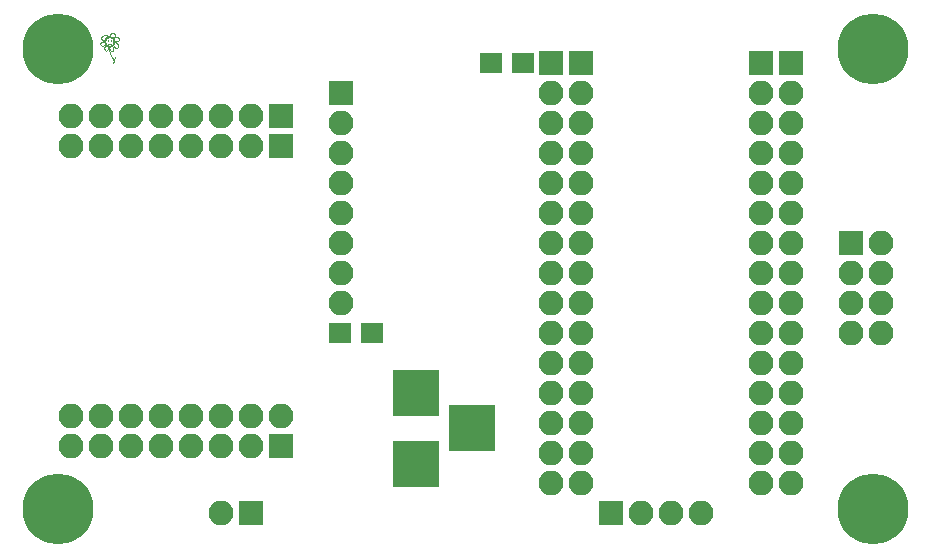
<source format=gts>
G04 #@! TF.FileFunction,Soldermask,Top*
%FSLAX46Y46*%
G04 Gerber Fmt 4.6, Leading zero omitted, Abs format (unit mm)*
G04 Created by KiCad (PCBNEW 4.0.7-e2-6376~58~ubuntu16.04.1) date Sat Dec 23 21:02:57 2017*
%MOMM*%
%LPD*%
G01*
G04 APERTURE LIST*
%ADD10C,0.100000*%
%ADD11C,0.101600*%
%ADD12C,0.076200*%
%ADD13C,0.150000*%
%ADD14C,0.127000*%
%ADD15R,2.100000X2.100000*%
%ADD16O,2.100000X2.100000*%
%ADD17R,3.900000X3.900000*%
%ADD18R,1.900000X1.700000*%
%ADD19C,6.000000*%
G04 APERTURE END LIST*
D10*
D11*
X107702000Y-109226000D02*
X107862000Y-108706000D01*
X107742000Y-109006000D02*
X107702000Y-109226000D01*
X107622000Y-108726000D02*
X107742000Y-109006000D01*
X107402000Y-108426000D02*
X107622000Y-108726000D01*
X107312000Y-107996000D02*
X107402000Y-108426000D01*
X107682000Y-108006000D02*
X107682000Y-107836000D01*
X107702000Y-108106000D02*
X107682000Y-108006000D01*
X107652000Y-108196000D02*
X107702000Y-108106000D01*
X107532000Y-108226000D02*
X107652000Y-108196000D01*
X107412000Y-108096000D02*
X107532000Y-108226000D01*
X107342000Y-107906000D02*
X107412000Y-108096000D01*
X107862000Y-107906000D02*
X107772000Y-107776000D01*
X107992000Y-107936000D02*
X107862000Y-107906000D01*
X108102000Y-107896000D02*
X107992000Y-107936000D01*
X108142000Y-107796000D02*
X108102000Y-107896000D01*
X108142000Y-107656000D02*
X108142000Y-107796000D01*
X108042000Y-107516000D02*
X108142000Y-107656000D01*
X107862000Y-107406000D02*
X108042000Y-107516000D01*
X107962000Y-107376000D02*
X107862000Y-107376000D01*
X108112000Y-107366000D02*
X107962000Y-107376000D01*
X108212000Y-107296000D02*
X108112000Y-107366000D01*
X108192000Y-107146000D02*
X108212000Y-107296000D01*
X108082000Y-107046000D02*
X108192000Y-107146000D01*
X107712000Y-107056000D02*
X108082000Y-107046000D01*
X107832000Y-106926000D02*
X107742000Y-107066000D01*
X107852000Y-106816000D02*
X107832000Y-106926000D01*
X107802000Y-106706000D02*
X107852000Y-106816000D01*
X107632000Y-106676000D02*
X107802000Y-106706000D01*
X107472000Y-106736000D02*
X107632000Y-106676000D01*
X107382000Y-107006000D02*
X107472000Y-106736000D01*
X107282000Y-107916000D02*
X107272000Y-107886000D01*
X107312000Y-107896000D02*
X107282000Y-107916000D01*
X107292000Y-107916000D02*
X107312000Y-107896000D01*
X107272000Y-108026000D02*
X107292000Y-107916000D01*
X107212000Y-108136000D02*
X107272000Y-108026000D01*
X107092000Y-108176000D02*
X107212000Y-108136000D01*
X106982000Y-108136000D02*
X107092000Y-108176000D01*
X106972000Y-107946000D02*
X106982000Y-108136000D01*
X107052000Y-107746000D02*
X106972000Y-107946000D01*
X106782000Y-107786000D02*
X107032000Y-107726000D01*
X106662000Y-107706000D02*
X106782000Y-107786000D01*
X106622000Y-107576000D02*
X106662000Y-107706000D01*
X106712000Y-107426000D02*
X106622000Y-107576000D01*
X106982000Y-107376000D02*
X106712000Y-107426000D01*
X106762000Y-107256000D02*
X106972000Y-107306000D01*
X106652000Y-107086000D02*
X106762000Y-107256000D01*
X106762000Y-106896000D02*
X106652000Y-107086000D01*
X107042000Y-106826000D02*
X106762000Y-106896000D01*
X107312000Y-106966000D02*
X107042000Y-106826000D01*
D12*
X107482000Y-107636000D02*
X107602000Y-107546000D01*
X107352000Y-107646000D02*
X107482000Y-107636000D01*
X107232000Y-107576000D02*
X107352000Y-107646000D01*
D13*
X107313623Y-107356000D02*
G75*
G03X107313623Y-107356000I-31623J0D01*
G01*
D14*
X107832000Y-107436000D02*
G75*
G03X107832000Y-107436000I-410000J0D01*
G01*
D13*
X107593623Y-107356000D02*
G75*
G03X107593623Y-107356000I-31623J0D01*
G01*
D15*
X121920000Y-113665000D03*
D16*
X119380000Y-113665000D03*
X116840000Y-113665000D03*
X114300000Y-113665000D03*
X111760000Y-113665000D03*
X109220000Y-113665000D03*
X106680000Y-113665000D03*
X104140000Y-113665000D03*
D15*
X149860000Y-147320000D03*
D16*
X152400000Y-147320000D03*
X154940000Y-147320000D03*
X157480000Y-147320000D03*
D15*
X144780000Y-109220000D03*
D16*
X144780000Y-111760000D03*
X144780000Y-114300000D03*
X144780000Y-116840000D03*
X144780000Y-119380000D03*
X144780000Y-121920000D03*
X144780000Y-124460000D03*
X144780000Y-127000000D03*
X144780000Y-129540000D03*
X144780000Y-132080000D03*
X144780000Y-134620000D03*
X144780000Y-137160000D03*
X144780000Y-139700000D03*
X144780000Y-142240000D03*
X144780000Y-144780000D03*
D15*
X165100000Y-109220000D03*
D16*
X165100000Y-111760000D03*
X165100000Y-114300000D03*
X165100000Y-116840000D03*
X165100000Y-119380000D03*
X165100000Y-121920000D03*
X165100000Y-124460000D03*
X165100000Y-127000000D03*
X165100000Y-129540000D03*
X165100000Y-132080000D03*
X165100000Y-134620000D03*
X165100000Y-137160000D03*
X165100000Y-139700000D03*
X165100000Y-142240000D03*
X165100000Y-144780000D03*
D17*
X133350000Y-137160000D03*
X133350000Y-143160000D03*
X138050000Y-140160000D03*
D15*
X119380000Y-147320000D03*
D16*
X116840000Y-147320000D03*
D18*
X126920000Y-132080000D03*
X129620000Y-132080000D03*
X139700000Y-109220000D03*
X142400000Y-109220000D03*
D15*
X147320000Y-109220000D03*
D16*
X147320000Y-111760000D03*
X147320000Y-114300000D03*
X147320000Y-116840000D03*
X147320000Y-119380000D03*
X147320000Y-121920000D03*
X147320000Y-124460000D03*
X147320000Y-127000000D03*
X147320000Y-129540000D03*
X147320000Y-132080000D03*
X147320000Y-134620000D03*
X147320000Y-137160000D03*
X147320000Y-139700000D03*
X147320000Y-142240000D03*
X147320000Y-144780000D03*
D15*
X162560000Y-109220000D03*
D16*
X162560000Y-111760000D03*
X162560000Y-114300000D03*
X162560000Y-116840000D03*
X162560000Y-119380000D03*
X162560000Y-121920000D03*
X162560000Y-124460000D03*
X162560000Y-127000000D03*
X162560000Y-129540000D03*
X162560000Y-132080000D03*
X162560000Y-134620000D03*
X162560000Y-137160000D03*
X162560000Y-139700000D03*
X162560000Y-142240000D03*
X162560000Y-144780000D03*
D15*
X121920000Y-141605000D03*
D16*
X119380000Y-141605000D03*
X116840000Y-141605000D03*
X114300000Y-141605000D03*
X111760000Y-141605000D03*
X109220000Y-141605000D03*
X106680000Y-141605000D03*
X104140000Y-141605000D03*
D15*
X127000000Y-111760000D03*
D16*
X127000000Y-114300000D03*
X127000000Y-116840000D03*
X127000000Y-119380000D03*
X127000000Y-121920000D03*
X127000000Y-124460000D03*
X127000000Y-127000000D03*
X127000000Y-129540000D03*
D15*
X121920000Y-116205000D03*
D16*
X121920000Y-139065000D03*
X119380000Y-139065000D03*
X119380000Y-116205000D03*
X116840000Y-139065000D03*
X116840000Y-116205000D03*
X114300000Y-139065000D03*
X114300000Y-116205000D03*
X111760000Y-139065000D03*
X111760000Y-116205000D03*
X109220000Y-139065000D03*
X109220000Y-116205000D03*
X106680000Y-139065000D03*
X106680000Y-116205000D03*
X104140000Y-139065000D03*
X104140000Y-116205000D03*
D15*
X170180000Y-124460000D03*
D16*
X172720000Y-124460000D03*
X170180000Y-127000000D03*
X172720000Y-127000000D03*
X170180000Y-129540000D03*
X172720000Y-129540000D03*
X170180000Y-132080000D03*
X172720000Y-132080000D03*
D19*
X172000000Y-147000000D03*
X103000000Y-147000000D03*
X172000000Y-108000000D03*
X103000000Y-108000000D03*
M02*

</source>
